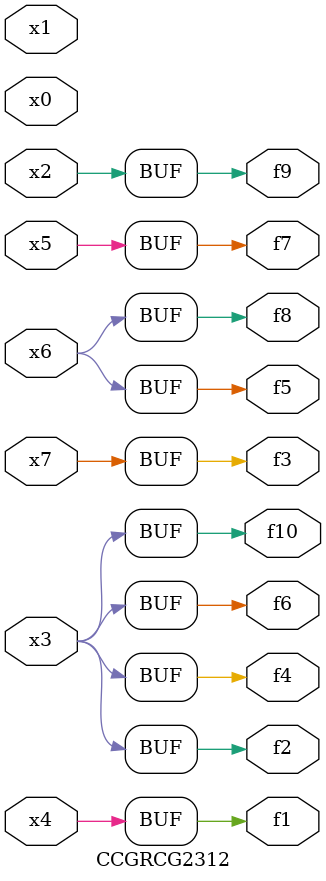
<source format=v>
module CCGRCG2312(
	input x0, x1, x2, x3, x4, x5, x6, x7,
	output f1, f2, f3, f4, f5, f6, f7, f8, f9, f10
);
	assign f1 = x4;
	assign f2 = x3;
	assign f3 = x7;
	assign f4 = x3;
	assign f5 = x6;
	assign f6 = x3;
	assign f7 = x5;
	assign f8 = x6;
	assign f9 = x2;
	assign f10 = x3;
endmodule

</source>
